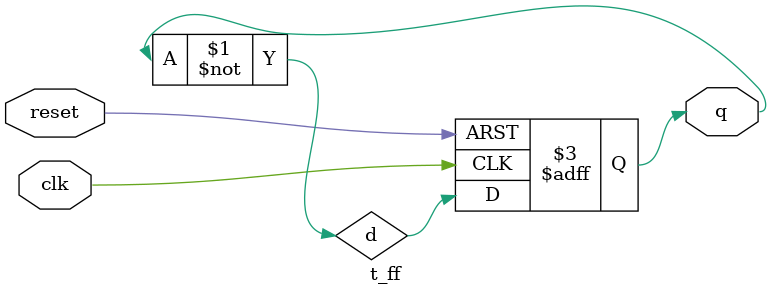
<source format=v>
module t_ff(output	q,
	    	input	clk,
			input	reset);
reg	q;
wire	d;
assign d=~q;
always@(negedge clk or posedge reset)
	if(reset)
		q<=1'b0;
	else
		q<=d;
endmodule

</source>
